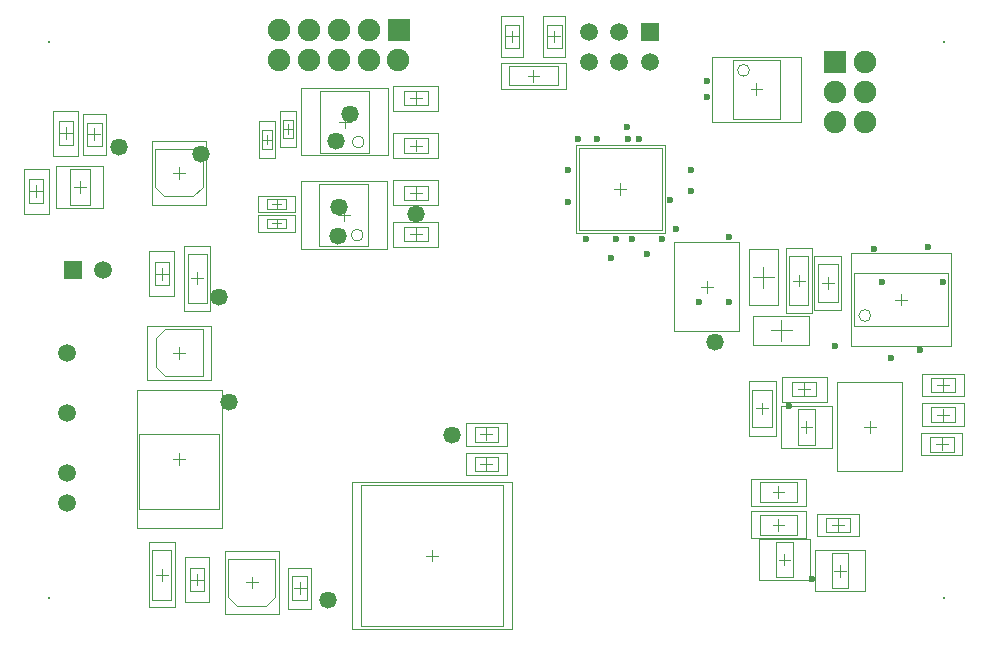
<source format=gbs>
G04 Layer_Color=16711935*
%FSLAX42Y42*%
%MOMM*%
G71*
G01*
G75*
%ADD36C,0.10*%
%ADD42C,0.05*%
%ADD78R,1.50X1.50*%
%ADD79C,1.50*%
%ADD80C,1.90*%
%ADD81R,1.90X1.90*%
%ADD82R,1.90X1.90*%
%ADD83C,0.20*%
%ADD84C,0.60*%
%ADD85C,1.47*%
D36*
X3064Y4265D02*
G03*
X3064Y4265I-50J0D01*
G01*
X3056Y3477D02*
G03*
X3056Y3477I-50J0D01*
G01*
X7354Y2796D02*
G03*
X7354Y2796I-50J0D01*
G01*
X6326Y4872D02*
G03*
X6326Y4872I-50J0D01*
G01*
X570Y4035D02*
X745D01*
X570Y3733D02*
X745D01*
X570D02*
Y4035D01*
X745Y3733D02*
Y4035D01*
X6519Y1849D02*
Y2169D01*
X6349Y1849D02*
Y2169D01*
X6519D01*
X6349Y1849D02*
X6519D01*
X7865Y2270D02*
X8065D01*
X7865Y2145D02*
X8065D01*
X7865D02*
Y2270D01*
X8065Y2145D02*
Y2270D01*
X7865Y2020D02*
X8065D01*
X7865Y1895D02*
X8065D01*
X7865D02*
Y2020D01*
X8065Y1895D02*
Y2020D01*
X7855Y1644D02*
X8055D01*
X7855Y1769D02*
X8055D01*
Y1644D02*
Y1769D01*
X7855Y1644D02*
Y1769D01*
X6412Y1386D02*
X6732D01*
X6412Y1216D02*
X6732D01*
X6412D02*
Y1386D01*
X6732Y1216D02*
Y1386D01*
X3104Y4176D02*
Y4696D01*
X2694Y4176D02*
Y4696D01*
Y4176D02*
X3104D01*
X2694Y4696D02*
X3104D01*
X3096Y3387D02*
Y3907D01*
X2686Y3387D02*
Y3907D01*
Y3387D02*
X3096D01*
X2686Y3907D02*
X3096D01*
X1300Y2361D02*
Y2606D01*
X1375Y2681D01*
X1700D01*
X1380Y2281D02*
X1700D01*
X1300Y2361D02*
X1380Y2281D01*
X1700D02*
Y2681D01*
X1988Y336D02*
X2233D01*
X1912Y411D02*
X1988Y336D01*
X1912Y411D02*
Y736D01*
X2312Y416D02*
Y736D01*
X2233Y336D02*
X2312Y416D01*
X1912Y736D02*
X2312D01*
X1371Y3806D02*
X1616D01*
X1296Y3881D02*
X1371Y3806D01*
X1296Y3881D02*
Y4206D01*
X1696Y3886D02*
Y4206D01*
X1616Y3806D02*
X1696Y3886D01*
X1296Y4206D02*
X1696D01*
X1570Y2901D02*
Y3321D01*
X1730Y2901D02*
Y3321D01*
X1570Y2901D02*
X1730D01*
X1570Y3321D02*
X1730D01*
X1430Y391D02*
Y811D01*
X1270Y391D02*
Y811D01*
X1430D01*
X1270Y391D02*
X1430D01*
X7214Y2706D02*
X8004D01*
X7214Y3156D02*
X8004D01*
X7214Y2706D02*
Y3156D01*
X8004Y2706D02*
Y3156D01*
X4883Y3517D02*
Y4217D01*
X5583Y3517D02*
Y4217D01*
X4883D02*
X5583D01*
X4883Y3517D02*
X5583D01*
X3040Y164D02*
Y1364D01*
X4240Y164D02*
Y1364D01*
X3040D02*
X4240D01*
X3040Y164D02*
X4240D01*
X7074Y2909D02*
Y3229D01*
X6904Y2909D02*
Y3229D01*
X7074D01*
X6904Y2909D02*
X7074D01*
X6412Y940D02*
X6732D01*
X6412Y1110D02*
X6732D01*
Y940D02*
Y1110D01*
X6412Y940D02*
Y1110D01*
X228Y3749D02*
Y3949D01*
X348Y3749D02*
Y3949D01*
X228Y3749D02*
X348D01*
X228Y3949D02*
X348D01*
X478Y4239D02*
Y4439D01*
X598Y4239D02*
Y4439D01*
X478Y4239D02*
X598D01*
X478Y4439D02*
X598D01*
X6691Y2111D02*
X6891D01*
X6691Y2231D02*
X6891D01*
Y2111D02*
Y2231D01*
X6691Y2111D02*
Y2231D01*
X3403Y4575D02*
X3603D01*
X3403Y4695D02*
X3603D01*
Y4575D02*
Y4695D01*
X3403Y4575D02*
Y4695D01*
Y4175D02*
X3603D01*
X3403Y4295D02*
X3603D01*
Y4175D02*
Y4295D01*
X3403Y4175D02*
Y4295D01*
Y3775D02*
X3603D01*
X3403Y3895D02*
X3603D01*
Y3775D02*
Y3895D01*
X3403Y3775D02*
Y3895D01*
Y3425D02*
X3603D01*
X3403Y3545D02*
X3603D01*
Y3425D02*
Y3545D01*
X3403Y3425D02*
Y3545D01*
X1290Y3051D02*
Y3251D01*
X1410Y3051D02*
Y3251D01*
X1290Y3051D02*
X1410D01*
X1290Y3251D02*
X1410D01*
X1590Y461D02*
Y661D01*
X1710Y461D02*
Y661D01*
X1590Y461D02*
X1710D01*
X1590Y661D02*
X1710D01*
X2456Y388D02*
Y588D01*
X2581Y388D02*
Y588D01*
X2456Y388D02*
X2581D01*
X2456Y588D02*
X2581D01*
X3999Y1477D02*
X4199D01*
X3999Y1602D02*
X4199D01*
Y1477D02*
Y1602D01*
X3999Y1477D02*
Y1602D01*
Y1727D02*
X4199D01*
X3999Y1852D02*
X4199D01*
Y1727D02*
Y1852D01*
X3999Y1727D02*
Y1852D01*
X718Y4230D02*
Y4430D01*
X843Y4230D02*
Y4430D01*
X718Y4230D02*
X843D01*
X718Y4430D02*
X843D01*
X6976Y959D02*
X7176D01*
X6976Y1084D02*
X7176D01*
Y959D02*
Y1084D01*
X6976Y959D02*
Y1084D01*
X4254Y5059D02*
Y5259D01*
X4379Y5059D02*
Y5259D01*
X4254Y5059D02*
X4379D01*
X4254Y5259D02*
X4379D01*
X4612Y5059D02*
Y5259D01*
X4737Y5059D02*
Y5259D01*
X4612Y5059D02*
X4737D01*
X4612Y5259D02*
X4737D01*
X2381Y4295D02*
Y4455D01*
X2461Y4295D02*
Y4455D01*
X2381Y4295D02*
X2461D01*
X2381Y4455D02*
X2461D01*
X2203Y4205D02*
Y4365D01*
X2283Y4205D02*
Y4365D01*
X2203Y4205D02*
X2283D01*
X2203Y4365D02*
X2283D01*
X2244Y3779D02*
X2404D01*
X2244Y3699D02*
X2404D01*
X2244D02*
Y3779D01*
X2404Y3699D02*
Y3779D01*
X2244Y3616D02*
X2404D01*
X2244Y3536D02*
X2404D01*
X2244D02*
Y3616D01*
X2404Y3536D02*
Y3616D01*
X6553Y880D02*
X6693D01*
X6553Y580D02*
X6693D01*
X6553D02*
Y880D01*
X6693Y580D02*
Y880D01*
X6739Y2001D02*
X6879D01*
X6739Y1701D02*
X6879D01*
X6739D02*
Y2001D01*
X6879Y1701D02*
Y2001D01*
X7022Y785D02*
X7162D01*
X7022Y485D02*
X7162D01*
X7022D02*
Y785D01*
X7162Y485D02*
Y785D01*
X1162Y1156D02*
Y1791D01*
X1838Y1156D02*
Y1791D01*
X1162Y1156D02*
X1838D01*
X1162Y1791D02*
X1838D01*
X6186Y4462D02*
X6586D01*
X6186Y4962D02*
X6586D01*
Y4462D02*
Y4962D01*
X6186Y4462D02*
Y4962D01*
X6825Y2883D02*
Y3303D01*
X6665Y2883D02*
Y3303D01*
X6825D01*
X6665Y2883D02*
X6825D01*
X4288Y4747D02*
X4708D01*
X4288Y4907D02*
X4708D01*
Y4747D02*
Y4907D01*
X4288Y4747D02*
Y4907D01*
X657Y3834D02*
Y3934D01*
X607Y3884D02*
X707D01*
X5964Y2989D02*
Y3089D01*
X5914Y3039D02*
X6014D01*
X6384Y2009D02*
X6484D01*
X6434Y1959D02*
Y2059D01*
X7344Y1804D02*
Y1904D01*
X7294Y1854D02*
X7394D01*
X7965Y2157D02*
Y2257D01*
X7915Y2207D02*
X8015D01*
X7965Y1907D02*
Y2007D01*
X7915Y1957D02*
X8015D01*
X7955Y1656D02*
Y1756D01*
X7905Y1706D02*
X8005D01*
X6572Y1251D02*
Y1351D01*
X6522Y1301D02*
X6622D01*
X2849Y4435D02*
X2949D01*
X2899Y4385D02*
Y4485D01*
X2841Y3647D02*
X2941D01*
X2891Y3597D02*
Y3697D01*
X1500Y2431D02*
Y2531D01*
X1450Y2481D02*
X1550D01*
X2062Y536D02*
X2162D01*
X2112Y486D02*
Y586D01*
X1446Y4006D02*
X1546D01*
X1496Y3956D02*
Y4056D01*
X1600Y3111D02*
X1700D01*
X1650Y3061D02*
Y3161D01*
X1300Y601D02*
X1400D01*
X1350Y551D02*
Y651D01*
X7609Y2881D02*
Y2981D01*
X7559Y2931D02*
X7659D01*
X5183Y3867D02*
X5283D01*
X5233Y3817D02*
Y3917D01*
X3590Y764D02*
X3690D01*
X3640Y714D02*
Y814D01*
X6939Y3069D02*
X7039D01*
X6989Y3019D02*
Y3119D01*
X6572Y975D02*
Y1075D01*
X6522Y1025D02*
X6622D01*
X238Y3849D02*
X338D01*
X288Y3799D02*
Y3899D01*
X488Y4339D02*
X588D01*
X538Y4289D02*
Y4389D01*
X6791Y2121D02*
Y2221D01*
X6741Y2171D02*
X6841D01*
X3503Y4585D02*
Y4685D01*
X3453Y4635D02*
X3553D01*
X3503Y4185D02*
Y4285D01*
X3453Y4235D02*
X3553D01*
X3503Y3785D02*
Y3885D01*
X3453Y3835D02*
X3553D01*
X3503Y3435D02*
Y3535D01*
X3453Y3485D02*
X3553D01*
X1300Y3151D02*
X1400D01*
X1350Y3101D02*
Y3201D01*
X1600Y561D02*
X1700D01*
X1650Y511D02*
Y611D01*
X6325Y3361D02*
X6565D01*
X6325Y2881D02*
Y3361D01*
Y2881D02*
X6565D01*
Y3361D01*
X6355Y3121D02*
X6535D01*
X6445Y3031D02*
Y3211D01*
X6835Y2550D02*
Y2790D01*
X6355D02*
X6835D01*
X6355Y2550D02*
Y2790D01*
Y2550D02*
X6835D01*
X6595Y2580D02*
Y2760D01*
X6505Y2670D02*
X6685D01*
X2469Y488D02*
X2569D01*
X2519Y438D02*
Y538D01*
X4099Y1490D02*
Y1590D01*
X4049Y1540D02*
X4149D01*
X4099Y1740D02*
Y1840D01*
X4049Y1790D02*
X4149D01*
X730Y4330D02*
X830D01*
X780Y4280D02*
Y4380D01*
X7076Y971D02*
Y1071D01*
X7026Y1021D02*
X7126D01*
X4267Y5159D02*
X4367D01*
X4317Y5109D02*
Y5209D01*
X4624Y5159D02*
X4724D01*
X4674Y5109D02*
Y5209D01*
X2381Y4375D02*
X2461D01*
X2421Y4335D02*
Y4415D01*
X2203Y4285D02*
X2283D01*
X2243Y4245D02*
Y4325D01*
X2324Y3699D02*
Y3779D01*
X2284Y3739D02*
X2364D01*
X2324Y3536D02*
Y3616D01*
X2284Y3576D02*
X2364D01*
X6623Y680D02*
Y780D01*
X6573Y730D02*
X6673D01*
X6809Y1801D02*
Y1901D01*
X6759Y1851D02*
X6859D01*
X7093Y585D02*
Y685D01*
X7043Y635D02*
X7143D01*
X1450Y1581D02*
X1550D01*
X1500Y1531D02*
Y1631D01*
X6386Y4662D02*
Y4762D01*
X6336Y4712D02*
X6436D01*
X6695Y3092D02*
X6795D01*
X6745Y3042D02*
Y3142D01*
X4498Y4777D02*
Y4877D01*
X4448Y4827D02*
X4548D01*
D42*
X457Y4059D02*
X857D01*
X457Y3709D02*
X857D01*
X457D02*
Y4059D01*
X857Y3709D02*
Y4059D01*
X5689Y3416D02*
X6239D01*
X5689Y2661D02*
X6239D01*
Y3416D01*
X5689Y2661D02*
Y3416D01*
X6549Y1779D02*
Y2239D01*
X6319Y1779D02*
Y2239D01*
X6549D01*
X6319Y1779D02*
X6549D01*
X7069Y2231D02*
X7619D01*
X7069Y1476D02*
X7619D01*
Y2231D01*
X7069Y1476D02*
Y2231D01*
X7790Y2302D02*
X8140D01*
X7790Y2112D02*
X8140D01*
X7790D02*
Y2302D01*
X8140Y2112D02*
Y2302D01*
X7790Y2052D02*
X8140D01*
X7790Y1862D02*
X8140D01*
X7790D02*
Y2052D01*
X8140Y1862D02*
Y2052D01*
X7780Y1611D02*
X8130D01*
X7780Y1801D02*
X8130D01*
Y1611D02*
Y1801D01*
X7780Y1611D02*
Y1801D01*
X6342Y1416D02*
X6803D01*
X6342Y1186D02*
X6803D01*
X6342D02*
Y1416D01*
X6803Y1186D02*
Y1416D01*
X3264Y4151D02*
Y4721D01*
X2534Y4151D02*
Y4721D01*
Y4151D02*
X3264D01*
X2534Y4721D02*
X3264D01*
X3256Y3362D02*
Y3932D01*
X2526Y3362D02*
Y3932D01*
Y3362D02*
X3256D01*
X2526Y3932D02*
X3256D01*
X1230Y2251D02*
X1770D01*
X1230Y2711D02*
X1770D01*
Y2251D02*
Y2711D01*
X1230Y2251D02*
Y2711D01*
X2342Y266D02*
Y806D01*
X1883Y266D02*
Y806D01*
X2342D01*
X1883Y266D02*
X2342D01*
X1726Y3736D02*
Y4276D01*
X1266Y3736D02*
Y4276D01*
X1726D01*
X1266Y3736D02*
X1726D01*
X1760Y2836D02*
Y3386D01*
X1540Y2836D02*
X1760D01*
X1540D02*
Y3386D01*
X1760D01*
X1240Y326D02*
Y876D01*
X1460D01*
Y326D02*
Y876D01*
X1240Y326D02*
X1460D01*
X7189Y2536D02*
X8029D01*
X7189Y3326D02*
X8029D01*
X7189Y2536D02*
Y3326D01*
X8029Y2536D02*
Y3326D01*
X4858Y3492D02*
Y4242D01*
X5608Y3492D02*
Y4242D01*
X4858D02*
X5608D01*
X4858Y3492D02*
X5608D01*
X2965Y139D02*
Y1389D01*
X4315Y139D02*
Y1389D01*
X2965D02*
X4315D01*
X2965Y139D02*
X4315D01*
X7104Y2839D02*
Y3299D01*
X6874Y2839D02*
Y3299D01*
X7104D01*
X6874Y2839D02*
X7104D01*
X6342Y910D02*
X6803D01*
X6342Y1140D02*
X6803D01*
Y910D02*
Y1140D01*
X6342Y910D02*
Y1140D01*
X183Y3659D02*
Y4039D01*
X393Y3659D02*
Y4039D01*
X183Y3659D02*
X393D01*
X183Y4039D02*
X393D01*
X433Y4149D02*
Y4529D01*
X643Y4149D02*
Y4529D01*
X433Y4149D02*
X643D01*
X433Y4529D02*
X643D01*
X6601Y2066D02*
X6981D01*
X6601Y2276D02*
X6981D01*
Y2066D02*
Y2276D01*
X6601Y2066D02*
Y2276D01*
X3312Y4530D02*
X3692D01*
X3312Y4740D02*
X3692D01*
Y4530D02*
Y4740D01*
X3312Y4530D02*
Y4740D01*
Y4130D02*
X3692D01*
X3312Y4340D02*
X3692D01*
Y4130D02*
Y4340D01*
X3312Y4130D02*
Y4340D01*
Y3730D02*
X3692D01*
X3312Y3940D02*
X3692D01*
Y3730D02*
Y3940D01*
X3312Y3730D02*
Y3940D01*
Y3380D02*
X3692D01*
X3312Y3590D02*
X3692D01*
Y3380D02*
Y3590D01*
X3312Y3380D02*
Y3590D01*
X1245Y2961D02*
Y3341D01*
X1455Y2961D02*
Y3341D01*
X1245Y2961D02*
X1455D01*
X1245Y3341D02*
X1455D01*
X1545Y371D02*
Y751D01*
X1755Y371D02*
Y751D01*
X1545Y371D02*
X1755D01*
X1545Y751D02*
X1755D01*
X2424Y312D02*
Y662D01*
X2614Y312D02*
Y662D01*
X2424Y312D02*
X2614D01*
X2424Y662D02*
X2614D01*
X3924Y1445D02*
X4274D01*
X3924Y1635D02*
X4274D01*
Y1445D02*
Y1635D01*
X3924Y1445D02*
Y1635D01*
Y1695D02*
X4274D01*
X3924Y1885D02*
X4274D01*
Y1695D02*
Y1885D01*
X3924Y1695D02*
Y1885D01*
X685Y4155D02*
Y4505D01*
X875Y4155D02*
Y4505D01*
X685Y4155D02*
X875D01*
X685Y4505D02*
X875D01*
X6901Y926D02*
X7251D01*
X6901Y1116D02*
X7251D01*
Y926D02*
Y1116D01*
X6901Y926D02*
Y1116D01*
X4222Y4984D02*
Y5334D01*
X4412Y4984D02*
Y5334D01*
X4222Y4984D02*
X4412D01*
X4222Y5334D02*
X4412D01*
X4579Y4984D02*
Y5334D01*
X4769Y4984D02*
Y5334D01*
X4579Y4984D02*
X4769D01*
X4579Y5334D02*
X4769D01*
X2351Y4220D02*
Y4530D01*
X2491Y4220D02*
Y4530D01*
X2351Y4220D02*
X2491D01*
X2351Y4530D02*
X2491D01*
X2173Y4130D02*
Y4440D01*
X2313Y4130D02*
Y4440D01*
X2173Y4130D02*
X2313D01*
X2173Y4440D02*
X2313D01*
X2169Y3809D02*
X2479D01*
X2169Y3669D02*
X2479D01*
X2169D02*
Y3809D01*
X2479Y3669D02*
Y3809D01*
X2169Y3646D02*
X2479D01*
X2169Y3506D02*
X2479D01*
X2169D02*
Y3646D01*
X2479Y3506D02*
Y3646D01*
X6408Y905D02*
X6838D01*
X6408Y555D02*
X6838D01*
X6408D02*
Y905D01*
X6838Y555D02*
Y905D01*
X6594Y2026D02*
X7024D01*
X6594Y1676D02*
X7024D01*
X6594D02*
Y2026D01*
X7024Y1676D02*
Y2026D01*
X6878Y810D02*
X7307D01*
X6878Y460D02*
X7307D01*
X6878D02*
Y810D01*
X7307Y460D02*
Y810D01*
X1138Y994D02*
Y2169D01*
X1862Y994D02*
Y2169D01*
X1138Y994D02*
X1862D01*
X1138Y2169D02*
X1862D01*
X6011Y4438D02*
X6761D01*
X6011Y4988D02*
X6761D01*
Y4438D02*
Y4988D01*
X6011Y4438D02*
Y4988D01*
X6635Y2817D02*
Y3367D01*
X6855D01*
Y2817D02*
Y3367D01*
X6635Y2817D02*
X6855D01*
X4223Y4937D02*
X4773D01*
Y4717D02*
Y4937D01*
X4223Y4717D02*
X4773D01*
X4223D02*
Y4937D01*
D78*
X596Y3181D02*
D03*
X5481Y5200D02*
D03*
D79*
X850Y3181D02*
D03*
X4972Y5200D02*
D03*
Y4946D02*
D03*
X5481D02*
D03*
X5226Y5200D02*
D03*
Y4946D02*
D03*
X550Y2481D02*
D03*
Y1973D02*
D03*
Y1465D02*
D03*
Y1211D02*
D03*
D80*
X7053Y4436D02*
D03*
X7307Y4438D02*
D03*
X7053Y4692D02*
D03*
X7307D02*
D03*
X7308Y4940D02*
D03*
X2342Y5210D02*
D03*
Y4956D02*
D03*
X2596Y5210D02*
D03*
Y4956D02*
D03*
X2850Y5210D02*
D03*
Y4956D02*
D03*
X3104Y5210D02*
D03*
Y4956D02*
D03*
X3355Y4957D02*
D03*
D81*
X7053Y4940D02*
D03*
D82*
X3358Y5210D02*
D03*
D83*
X7975Y5108D02*
D03*
X400Y408D02*
D03*
X7975D02*
D03*
X400Y5108D02*
D03*
D84*
X5834Y4030D02*
D03*
X5395Y4290D02*
D03*
X5151Y3283D02*
D03*
X5460Y3315D02*
D03*
X5834Y3851D02*
D03*
X4875Y4290D02*
D03*
X5290Y4390D02*
D03*
X5200Y3445D02*
D03*
X7836Y3376D02*
D03*
X6154Y3458D02*
D03*
X6156Y2909D02*
D03*
X7053Y2535D02*
D03*
X6662Y2029D02*
D03*
X5964Y4649D02*
D03*
Y4778D02*
D03*
X5297Y4290D02*
D03*
X5038D02*
D03*
X4794Y4030D02*
D03*
X7381Y3360D02*
D03*
X7446Y3077D02*
D03*
X7966D02*
D03*
X7771Y2502D02*
D03*
X6857Y569D02*
D03*
X7524Y2438D02*
D03*
X5900Y2910D02*
D03*
X5704Y3526D02*
D03*
X4940Y3445D02*
D03*
X5590Y3445D02*
D03*
X4794Y3754D02*
D03*
X5330Y3445D02*
D03*
X5655Y3770D02*
D03*
D85*
X2941Y4501D02*
D03*
X6031Y2576D02*
D03*
X3809Y1786D02*
D03*
X3504Y3656D02*
D03*
X1685Y4161D02*
D03*
X1839Y2949D02*
D03*
X1917Y2064D02*
D03*
X991Y4225D02*
D03*
X2827Y4274D02*
D03*
X2851Y3711D02*
D03*
X2844Y3471D02*
D03*
X2755Y389D02*
D03*
M02*

</source>
